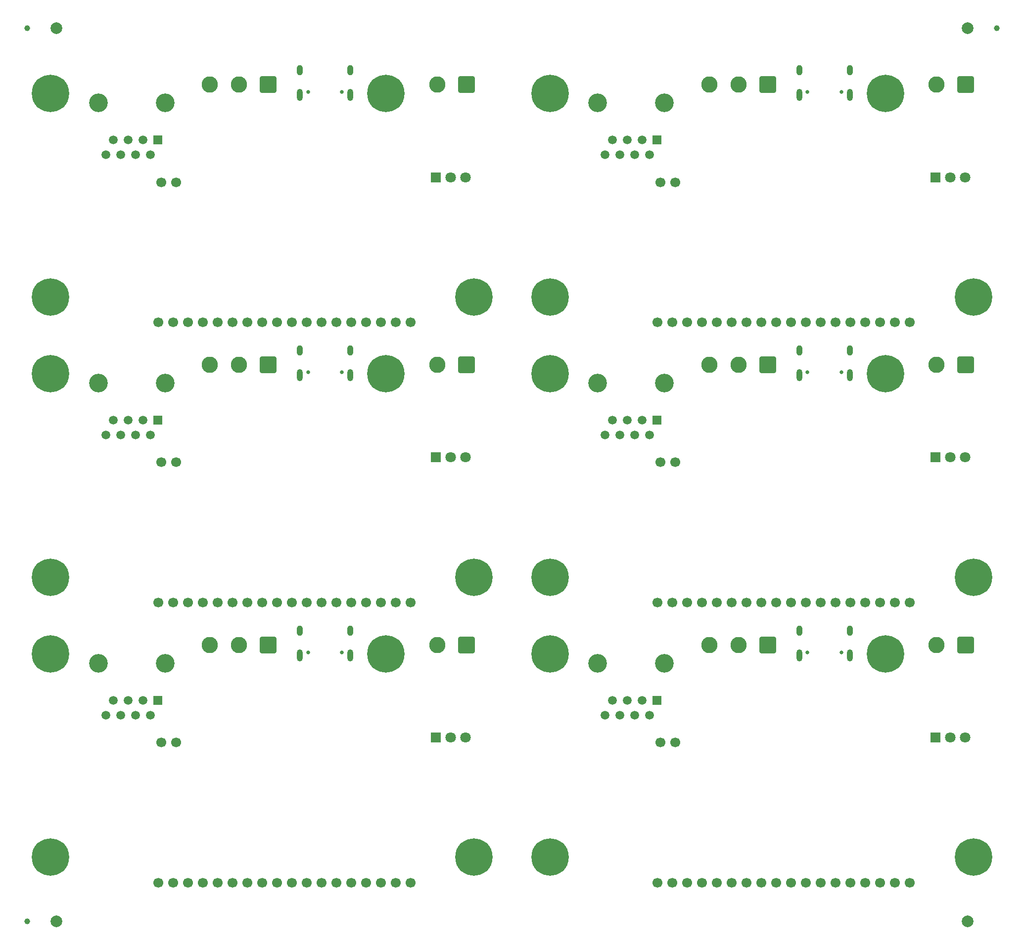
<source format=gbr>
%TF.GenerationSoftware,KiCad,Pcbnew,9.0.4*%
%TF.CreationDate,2025-09-14T05:29:25-04:00*%
%TF.ProjectId,HabitatCAN Dev Board (ESP32) - Panel,48616269-7461-4744-9341-4e2044657620,3*%
%TF.SameCoordinates,Original*%
%TF.FileFunction,Soldermask,Bot*%
%TF.FilePolarity,Negative*%
%FSLAX46Y46*%
G04 Gerber Fmt 4.6, Leading zero omitted, Abs format (unit mm)*
G04 Created by KiCad (PCBNEW 9.0.4) date 2025-09-14 05:29:25*
%MOMM*%
%LPD*%
G01*
G04 APERTURE LIST*
G04 Aperture macros list*
%AMRoundRect*
0 Rectangle with rounded corners*
0 $1 Rounding radius*
0 $2 $3 $4 $5 $6 $7 $8 $9 X,Y pos of 4 corners*
0 Add a 4 corners polygon primitive as box body*
4,1,4,$2,$3,$4,$5,$6,$7,$8,$9,$2,$3,0*
0 Add four circle primitives for the rounded corners*
1,1,$1+$1,$2,$3*
1,1,$1+$1,$4,$5*
1,1,$1+$1,$6,$7*
1,1,$1+$1,$8,$9*
0 Add four rect primitives between the rounded corners*
20,1,$1+$1,$2,$3,$4,$5,0*
20,1,$1+$1,$4,$5,$6,$7,0*
20,1,$1+$1,$6,$7,$8,$9,0*
20,1,$1+$1,$8,$9,$2,$3,0*%
G04 Aperture macros list end*
%ADD10RoundRect,0.250001X1.149999X1.149999X-1.149999X1.149999X-1.149999X-1.149999X1.149999X-1.149999X0*%
%ADD11C,2.800000*%
%ADD12C,0.800000*%
%ADD13C,6.400000*%
%ADD14C,1.700000*%
%ADD15C,2.000000*%
%ADD16C,0.650000*%
%ADD17O,1.000000X2.100000*%
%ADD18O,1.000000X1.800000*%
%ADD19R,1.800000X1.800000*%
%ADD20C,1.800000*%
%ADD21C,3.200000*%
%ADD22R,1.500000X1.500000*%
%ADD23C,1.500000*%
%ADD24C,1.000000*%
G04 APERTURE END LIST*
D10*
%TO.C,J2*%
X183455001Y-80102560D03*
D11*
X178455001Y-80102560D03*
X173455001Y-80102560D03*
%TD*%
D10*
%TO.C,J2*%
X98000243Y-128102564D03*
D11*
X93000243Y-128102564D03*
X88000243Y-128102564D03*
%TD*%
D12*
%TO.C,H2*%
X58345243Y-164500508D03*
X59048187Y-162803452D03*
X59048187Y-166197564D03*
X60745243Y-162100508D03*
D13*
X60745243Y-164500508D03*
D12*
X60745243Y-166900508D03*
X62442299Y-162803452D03*
X62442299Y-166197564D03*
X63145243Y-164500508D03*
%TD*%
%TO.C,H3*%
X216254759Y-68500500D03*
X216957703Y-66803444D03*
X216957703Y-70197556D03*
X218654759Y-66100500D03*
D13*
X218654759Y-68500500D03*
D12*
X218654759Y-70900500D03*
X220351815Y-66803444D03*
X220351815Y-70197556D03*
X221054759Y-68500500D03*
%TD*%
%TO.C,H4*%
X201205001Y-33649612D03*
X201907945Y-31952556D03*
X201907945Y-35346668D03*
X203605001Y-31249612D03*
D13*
X203605001Y-33649612D03*
D12*
X203605001Y-36049612D03*
X205302057Y-31952556D03*
X205302057Y-35346668D03*
X206005001Y-33649612D03*
%TD*%
D14*
%TO.C,JP1*%
X167665445Y-48847556D03*
X165125445Y-48847556D03*
%TD*%
D15*
%TO.C,KiKit_TO_2*%
X217654758Y-22500000D03*
%TD*%
D12*
%TO.C,H3*%
X216254759Y-164500508D03*
X216957703Y-162803452D03*
X216957703Y-166197564D03*
X218654759Y-162100508D03*
D13*
X218654759Y-164500508D03*
D12*
X218654759Y-166900508D03*
X220351815Y-162803452D03*
X220351815Y-166197564D03*
X221054759Y-164500508D03*
%TD*%
%TO.C,H3*%
X130800001Y-68500500D03*
X131502945Y-66803444D03*
X131502945Y-70197556D03*
X133200001Y-66100500D03*
D13*
X133200001Y-68500500D03*
D12*
X133200001Y-70900500D03*
X134897057Y-66803444D03*
X134897057Y-70197556D03*
X135600001Y-68500500D03*
%TD*%
D16*
%TO.C,J5*%
X196063221Y-33385658D03*
X190283221Y-33385658D03*
D17*
X197493221Y-33885658D03*
D18*
X197493221Y-29705658D03*
D17*
X188853221Y-33885658D03*
D18*
X188853221Y-29705658D03*
%TD*%
D12*
%TO.C,H3*%
X130800001Y-116500504D03*
X131502945Y-114803448D03*
X131502945Y-118197560D03*
X133200001Y-114100504D03*
D13*
X133200001Y-116500504D03*
D12*
X133200001Y-118900504D03*
X134897057Y-114803448D03*
X134897057Y-118197560D03*
X135600001Y-116500504D03*
%TD*%
D19*
%TO.C,U4*%
X212147248Y-48002556D03*
D20*
X214687248Y-48002556D03*
X217227248Y-48002556D03*
%TD*%
D14*
%TO.C,JP1*%
X167665445Y-144847564D03*
X165125445Y-144847564D03*
%TD*%
D19*
%TO.C,U4*%
X126692490Y-96002560D03*
D20*
X129232490Y-96002560D03*
X131772490Y-96002560D03*
%TD*%
D12*
%TO.C,H1*%
X143800001Y-33650500D03*
X144502945Y-31953444D03*
X144502945Y-35347556D03*
X146200001Y-31250500D03*
D13*
X146200001Y-33650500D03*
D12*
X146200001Y-36050500D03*
X147897057Y-31953444D03*
X147897057Y-35347556D03*
X148600001Y-33650500D03*
%TD*%
D21*
%TO.C,J3*%
X165817945Y-131270976D03*
X154387945Y-131270976D03*
D22*
X164547945Y-137620976D03*
D23*
X163277945Y-140160976D03*
X162007945Y-137620976D03*
X160737945Y-140160976D03*
X159467945Y-137620976D03*
X158197945Y-140160976D03*
X156927945Y-137620976D03*
X155657945Y-140160976D03*
%TD*%
D14*
%TO.C,J1*%
X164615001Y-168847564D03*
X167155001Y-168847564D03*
X169695001Y-168847564D03*
X172235001Y-168847564D03*
X174775001Y-168847564D03*
X177315001Y-168847564D03*
X179855001Y-168847564D03*
X182395001Y-168847564D03*
X184935001Y-168847564D03*
X187475001Y-168847564D03*
X190015001Y-168847564D03*
X192555001Y-168847564D03*
X195095001Y-168847564D03*
X197635001Y-168847564D03*
X200175001Y-168847564D03*
X202715001Y-168847564D03*
X205255001Y-168847564D03*
X207795001Y-168847564D03*
%TD*%
D10*
%TO.C,J4*%
X131900243Y-128102564D03*
D11*
X126900243Y-128102564D03*
%TD*%
D19*
%TO.C,U4*%
X126692490Y-48002556D03*
D20*
X129232490Y-48002556D03*
X131772490Y-48002556D03*
%TD*%
D14*
%TO.C,J1*%
X79160243Y-120847560D03*
X81700243Y-120847560D03*
X84240243Y-120847560D03*
X86780243Y-120847560D03*
X89320243Y-120847560D03*
X91860243Y-120847560D03*
X94400243Y-120847560D03*
X96940243Y-120847560D03*
X99480243Y-120847560D03*
X102020243Y-120847560D03*
X104560243Y-120847560D03*
X107100243Y-120847560D03*
X109640243Y-120847560D03*
X112180243Y-120847560D03*
X114720243Y-120847560D03*
X117260243Y-120847560D03*
X119800243Y-120847560D03*
X122340243Y-120847560D03*
%TD*%
D12*
%TO.C,H2*%
X143800001Y-68500500D03*
X144502945Y-66803444D03*
X144502945Y-70197556D03*
X146200001Y-66100500D03*
D13*
X146200001Y-68500500D03*
D12*
X146200001Y-70900500D03*
X147897057Y-66803444D03*
X147897057Y-70197556D03*
X148600001Y-68500500D03*
%TD*%
D16*
%TO.C,J5*%
X110608463Y-33385658D03*
X104828463Y-33385658D03*
D17*
X112038463Y-33885658D03*
D18*
X112038463Y-29705658D03*
D17*
X103398463Y-33885658D03*
D18*
X103398463Y-29705658D03*
%TD*%
D15*
%TO.C,KiKit_TO_4*%
X217654758Y-175501511D03*
%TD*%
D14*
%TO.C,J1*%
X164615001Y-120847560D03*
X167155001Y-120847560D03*
X169695001Y-120847560D03*
X172235001Y-120847560D03*
X174775001Y-120847560D03*
X177315001Y-120847560D03*
X179855001Y-120847560D03*
X182395001Y-120847560D03*
X184935001Y-120847560D03*
X187475001Y-120847560D03*
X190015001Y-120847560D03*
X192555001Y-120847560D03*
X195095001Y-120847560D03*
X197635001Y-120847560D03*
X200175001Y-120847560D03*
X202715001Y-120847560D03*
X205255001Y-120847560D03*
X207795001Y-120847560D03*
%TD*%
D21*
%TO.C,J3*%
X80363187Y-35270968D03*
X68933187Y-35270968D03*
D22*
X79093187Y-41620968D03*
D23*
X77823187Y-44160968D03*
X76553187Y-41620968D03*
X75283187Y-44160968D03*
X74013187Y-41620968D03*
X72743187Y-44160968D03*
X71473187Y-41620968D03*
X70203187Y-44160968D03*
%TD*%
D12*
%TO.C,H1*%
X58345243Y-81650504D03*
X59048187Y-79953448D03*
X59048187Y-83347560D03*
X60745243Y-79250504D03*
D13*
X60745243Y-81650504D03*
D12*
X60745243Y-84050504D03*
X62442299Y-79953448D03*
X62442299Y-83347560D03*
X63145243Y-81650504D03*
%TD*%
D19*
%TO.C,U4*%
X212147248Y-96002560D03*
D20*
X214687248Y-96002560D03*
X217227248Y-96002560D03*
%TD*%
D12*
%TO.C,H1*%
X58345243Y-33650500D03*
X59048187Y-31953444D03*
X59048187Y-35347556D03*
X60745243Y-31250500D03*
D13*
X60745243Y-33650500D03*
D12*
X60745243Y-36050500D03*
X62442299Y-31953444D03*
X62442299Y-35347556D03*
X63145243Y-33650500D03*
%TD*%
D10*
%TO.C,J4*%
X131900243Y-32102556D03*
D11*
X126900243Y-32102556D03*
%TD*%
D15*
%TO.C,KiKit_TO_1*%
X61745243Y-22500000D03*
%TD*%
D10*
%TO.C,J2*%
X183455001Y-32102556D03*
D11*
X178455001Y-32102556D03*
X173455001Y-32102556D03*
%TD*%
D10*
%TO.C,J4*%
X217355001Y-80102560D03*
D11*
X212355001Y-80102560D03*
%TD*%
D12*
%TO.C,H2*%
X143800001Y-164500508D03*
X144502945Y-162803452D03*
X144502945Y-166197564D03*
X146200001Y-162100508D03*
D13*
X146200001Y-164500508D03*
D12*
X146200001Y-166900508D03*
X147897057Y-162803452D03*
X147897057Y-166197564D03*
X148600001Y-164500508D03*
%TD*%
D10*
%TO.C,J4*%
X217355001Y-32102556D03*
D11*
X212355001Y-32102556D03*
%TD*%
D19*
%TO.C,U4*%
X126692490Y-144002564D03*
D20*
X129232490Y-144002564D03*
X131772490Y-144002564D03*
%TD*%
D14*
%TO.C,JP1*%
X167665445Y-96847560D03*
X165125445Y-96847560D03*
%TD*%
D10*
%TO.C,J4*%
X217355001Y-128102564D03*
D11*
X212355001Y-128102564D03*
%TD*%
D12*
%TO.C,H4*%
X115750243Y-33649612D03*
X116453187Y-31952556D03*
X116453187Y-35346668D03*
X118150243Y-31249612D03*
D13*
X118150243Y-33649612D03*
D12*
X118150243Y-36049612D03*
X119847299Y-31952556D03*
X119847299Y-35346668D03*
X120550243Y-33649612D03*
%TD*%
%TO.C,H2*%
X143800001Y-116500504D03*
X144502945Y-114803448D03*
X144502945Y-118197560D03*
X146200001Y-114100504D03*
D13*
X146200001Y-116500504D03*
D12*
X146200001Y-118900504D03*
X147897057Y-114803448D03*
X147897057Y-118197560D03*
X148600001Y-116500504D03*
%TD*%
D16*
%TO.C,J5*%
X196063221Y-129385666D03*
X190283221Y-129385666D03*
D17*
X197493221Y-129885666D03*
D18*
X197493221Y-125705666D03*
D17*
X188853221Y-129885666D03*
D18*
X188853221Y-125705666D03*
%TD*%
D12*
%TO.C,H4*%
X201205001Y-81649616D03*
X201907945Y-79952560D03*
X201907945Y-83346672D03*
X203605001Y-79249616D03*
D13*
X203605001Y-81649616D03*
D12*
X203605001Y-84049616D03*
X205302057Y-79952560D03*
X205302057Y-83346672D03*
X206005001Y-81649616D03*
%TD*%
D19*
%TO.C,U4*%
X212147248Y-144002564D03*
D20*
X214687248Y-144002564D03*
X217227248Y-144002564D03*
%TD*%
D12*
%TO.C,H4*%
X115750243Y-81649616D03*
X116453187Y-79952560D03*
X116453187Y-83346672D03*
X118150243Y-79249616D03*
D13*
X118150243Y-81649616D03*
D12*
X118150243Y-84049616D03*
X119847299Y-79952560D03*
X119847299Y-83346672D03*
X120550243Y-81649616D03*
%TD*%
D14*
%TO.C,J1*%
X79160243Y-72847556D03*
X81700243Y-72847556D03*
X84240243Y-72847556D03*
X86780243Y-72847556D03*
X89320243Y-72847556D03*
X91860243Y-72847556D03*
X94400243Y-72847556D03*
X96940243Y-72847556D03*
X99480243Y-72847556D03*
X102020243Y-72847556D03*
X104560243Y-72847556D03*
X107100243Y-72847556D03*
X109640243Y-72847556D03*
X112180243Y-72847556D03*
X114720243Y-72847556D03*
X117260243Y-72847556D03*
X119800243Y-72847556D03*
X122340243Y-72847556D03*
%TD*%
D12*
%TO.C,H4*%
X201205001Y-129649620D03*
X201907945Y-127952564D03*
X201907945Y-131346676D03*
X203605001Y-127249620D03*
D13*
X203605001Y-129649620D03*
D12*
X203605001Y-132049620D03*
X205302057Y-127952564D03*
X205302057Y-131346676D03*
X206005001Y-129649620D03*
%TD*%
D10*
%TO.C,J2*%
X98000243Y-32102556D03*
D11*
X93000243Y-32102556D03*
X88000243Y-32102556D03*
%TD*%
D12*
%TO.C,H1*%
X143800001Y-129650508D03*
X144502945Y-127953452D03*
X144502945Y-131347564D03*
X146200001Y-127250508D03*
D13*
X146200001Y-129650508D03*
D12*
X146200001Y-132050508D03*
X147897057Y-127953452D03*
X147897057Y-131347564D03*
X148600001Y-129650508D03*
%TD*%
D14*
%TO.C,J1*%
X79160243Y-168847564D03*
X81700243Y-168847564D03*
X84240243Y-168847564D03*
X86780243Y-168847564D03*
X89320243Y-168847564D03*
X91860243Y-168847564D03*
X94400243Y-168847564D03*
X96940243Y-168847564D03*
X99480243Y-168847564D03*
X102020243Y-168847564D03*
X104560243Y-168847564D03*
X107100243Y-168847564D03*
X109640243Y-168847564D03*
X112180243Y-168847564D03*
X114720243Y-168847564D03*
X117260243Y-168847564D03*
X119800243Y-168847564D03*
X122340243Y-168847564D03*
%TD*%
D10*
%TO.C,J2*%
X183455001Y-128102564D03*
D11*
X178455001Y-128102564D03*
X173455001Y-128102564D03*
%TD*%
D21*
%TO.C,J3*%
X165817945Y-83270972D03*
X154387945Y-83270972D03*
D22*
X164547945Y-89620972D03*
D23*
X163277945Y-92160972D03*
X162007945Y-89620972D03*
X160737945Y-92160972D03*
X159467945Y-89620972D03*
X158197945Y-92160972D03*
X156927945Y-89620972D03*
X155657945Y-92160972D03*
%TD*%
D16*
%TO.C,J5*%
X196063221Y-81385662D03*
X190283221Y-81385662D03*
D17*
X197493221Y-81885662D03*
D18*
X197493221Y-77705662D03*
D17*
X188853221Y-81885662D03*
D18*
X188853221Y-77705662D03*
%TD*%
D12*
%TO.C,H1*%
X58345243Y-129650508D03*
X59048187Y-127953452D03*
X59048187Y-131347564D03*
X60745243Y-127250508D03*
D13*
X60745243Y-129650508D03*
D12*
X60745243Y-132050508D03*
X62442299Y-127953452D03*
X62442299Y-131347564D03*
X63145243Y-129650508D03*
%TD*%
D10*
%TO.C,J4*%
X131900243Y-80102560D03*
D11*
X126900243Y-80102560D03*
%TD*%
D12*
%TO.C,H1*%
X143800001Y-81650504D03*
X144502945Y-79953448D03*
X144502945Y-83347560D03*
X146200001Y-79250504D03*
D13*
X146200001Y-81650504D03*
D12*
X146200001Y-84050504D03*
X147897057Y-79953448D03*
X147897057Y-83347560D03*
X148600001Y-81650504D03*
%TD*%
D16*
%TO.C,J5*%
X110608463Y-81385662D03*
X104828463Y-81385662D03*
D17*
X112038463Y-81885662D03*
D18*
X112038463Y-77705662D03*
D17*
X103398463Y-81885662D03*
D18*
X103398463Y-77705662D03*
%TD*%
D12*
%TO.C,H4*%
X115750243Y-129649620D03*
X116453187Y-127952564D03*
X116453187Y-131346676D03*
X118150243Y-127249620D03*
D13*
X118150243Y-129649620D03*
D12*
X118150243Y-132049620D03*
X119847299Y-127952564D03*
X119847299Y-131346676D03*
X120550243Y-129649620D03*
%TD*%
D21*
%TO.C,J3*%
X80363187Y-131270976D03*
X68933187Y-131270976D03*
D22*
X79093187Y-137620976D03*
D23*
X77823187Y-140160976D03*
X76553187Y-137620976D03*
X75283187Y-140160976D03*
X74013187Y-137620976D03*
X72743187Y-140160976D03*
X71473187Y-137620976D03*
X70203187Y-140160976D03*
%TD*%
D15*
%TO.C,KiKit_TO_3*%
X61745243Y-175501511D03*
%TD*%
D10*
%TO.C,J2*%
X98000243Y-80102560D03*
D11*
X93000243Y-80102560D03*
X88000243Y-80102560D03*
%TD*%
D14*
%TO.C,JP1*%
X82210687Y-96847560D03*
X79670687Y-96847560D03*
%TD*%
D12*
%TO.C,H3*%
X216254759Y-116500504D03*
X216957703Y-114803448D03*
X216957703Y-118197560D03*
X218654759Y-114100504D03*
D13*
X218654759Y-116500504D03*
D12*
X218654759Y-118900504D03*
X220351815Y-114803448D03*
X220351815Y-118197560D03*
X221054759Y-116500504D03*
%TD*%
%TO.C,H2*%
X58345243Y-116500504D03*
X59048187Y-114803448D03*
X59048187Y-118197560D03*
X60745243Y-114100504D03*
D13*
X60745243Y-116500504D03*
D12*
X60745243Y-118900504D03*
X62442299Y-114803448D03*
X62442299Y-118197560D03*
X63145243Y-116500504D03*
%TD*%
D14*
%TO.C,JP1*%
X82210687Y-48847556D03*
X79670687Y-48847556D03*
%TD*%
%TO.C,JP1*%
X82210687Y-144847564D03*
X79670687Y-144847564D03*
%TD*%
D21*
%TO.C,J3*%
X165817945Y-35270968D03*
X154387945Y-35270968D03*
D22*
X164547945Y-41620968D03*
D23*
X163277945Y-44160968D03*
X162007945Y-41620968D03*
X160737945Y-44160968D03*
X159467945Y-41620968D03*
X158197945Y-44160968D03*
X156927945Y-41620968D03*
X155657945Y-44160968D03*
%TD*%
D12*
%TO.C,H3*%
X130800001Y-164500508D03*
X131502945Y-162803452D03*
X131502945Y-166197564D03*
X133200001Y-162100508D03*
D13*
X133200001Y-164500508D03*
D12*
X133200001Y-166900508D03*
X134897057Y-162803452D03*
X134897057Y-166197564D03*
X135600001Y-164500508D03*
%TD*%
D14*
%TO.C,J1*%
X164615001Y-72847556D03*
X167155001Y-72847556D03*
X169695001Y-72847556D03*
X172235001Y-72847556D03*
X174775001Y-72847556D03*
X177315001Y-72847556D03*
X179855001Y-72847556D03*
X182395001Y-72847556D03*
X184935001Y-72847556D03*
X187475001Y-72847556D03*
X190015001Y-72847556D03*
X192555001Y-72847556D03*
X195095001Y-72847556D03*
X197635001Y-72847556D03*
X200175001Y-72847556D03*
X202715001Y-72847556D03*
X205255001Y-72847556D03*
X207795001Y-72847556D03*
%TD*%
D12*
%TO.C,H2*%
X58345243Y-68500500D03*
X59048187Y-66803444D03*
X59048187Y-70197556D03*
X60745243Y-66100500D03*
D13*
X60745243Y-68500500D03*
D12*
X60745243Y-70900500D03*
X62442299Y-66803444D03*
X62442299Y-70197556D03*
X63145243Y-68500500D03*
%TD*%
D21*
%TO.C,J3*%
X80363187Y-83270972D03*
X68933187Y-83270972D03*
D22*
X79093187Y-89620972D03*
D23*
X77823187Y-92160972D03*
X76553187Y-89620972D03*
X75283187Y-92160972D03*
X74013187Y-89620972D03*
X72743187Y-92160972D03*
X71473187Y-89620972D03*
X70203187Y-92160972D03*
%TD*%
D16*
%TO.C,J5*%
X110608463Y-129385666D03*
X104828463Y-129385666D03*
D17*
X112038463Y-129885666D03*
D18*
X112038463Y-125705666D03*
D17*
X103398463Y-129885666D03*
D18*
X103398463Y-125705666D03*
%TD*%
D24*
%TO.C,KiKit_FID_B_3*%
X56745243Y-175501511D03*
%TD*%
%TO.C,KiKit_FID_B_2*%
X222654758Y-22500000D03*
%TD*%
%TO.C,KiKit_FID_B_1*%
X56745243Y-22500000D03*
%TD*%
M02*

</source>
